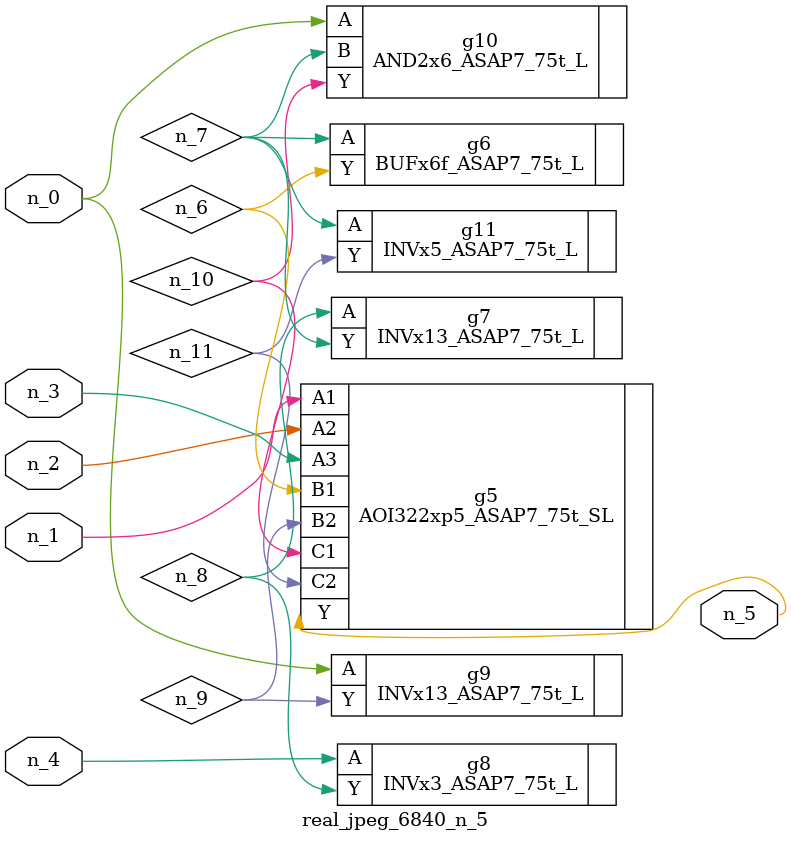
<source format=v>
module real_jpeg_6840_n_5 (n_4, n_0, n_1, n_2, n_3, n_5);

input n_4;
input n_0;
input n_1;
input n_2;
input n_3;

output n_5;

wire n_8;
wire n_11;
wire n_6;
wire n_7;
wire n_10;
wire n_9;

INVx13_ASAP7_75t_L g9 ( 
.A(n_0),
.Y(n_9)
);

AND2x6_ASAP7_75t_L g10 ( 
.A(n_0),
.B(n_7),
.Y(n_10)
);

AOI322xp5_ASAP7_75t_SL g5 ( 
.A1(n_1),
.A2(n_2),
.A3(n_3),
.B1(n_6),
.B2(n_9),
.C1(n_10),
.C2(n_11),
.Y(n_5)
);

INVx3_ASAP7_75t_L g8 ( 
.A(n_4),
.Y(n_8)
);

BUFx6f_ASAP7_75t_L g6 ( 
.A(n_7),
.Y(n_6)
);

INVx5_ASAP7_75t_L g11 ( 
.A(n_7),
.Y(n_11)
);

INVx13_ASAP7_75t_L g7 ( 
.A(n_8),
.Y(n_7)
);


endmodule
</source>
